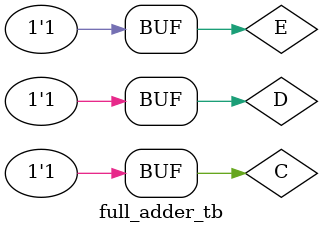
<source format=v>
module Half_adder(A,B,S,C);
input A,B;
output S,C;
xor x1(S,A,B);
and a1(C,A,B);
endmodule
module full_adder(C,D,E,Sum,Carry);
input C,D,E;
output Sum, Carry;
wire w1,w2,w3;
Half_adder h1(C,D,w1,w2);
Half_adder h2(w1,E,Sum,w3);
or x1(Carry,w2,w3);
endmodule
module full_adder_tb;
reg C,D,E;
wire Sum, Carry;
full_adder h1(C,D,E,Sum,Carry);
initial
begin
    C=0;D=0;E=0;
    $monitor("Time=%0t, C=%b, D=%b, E=%b, Sum=%b, Carry=%b",$time,C,D,E,Sum,Carry);
    #10 C=0;D=0;E=1;
    #10 C=0;D=1;E=0;
    #10 C=0;D=1;E=1;
    #10 C=1;D=0;E=0;
    #10 C=1;D=0;E=1;
    #10 C=1;D=1;E=0;
    #10 C=1;D=1;E=1;
end
endmodule
</source>
